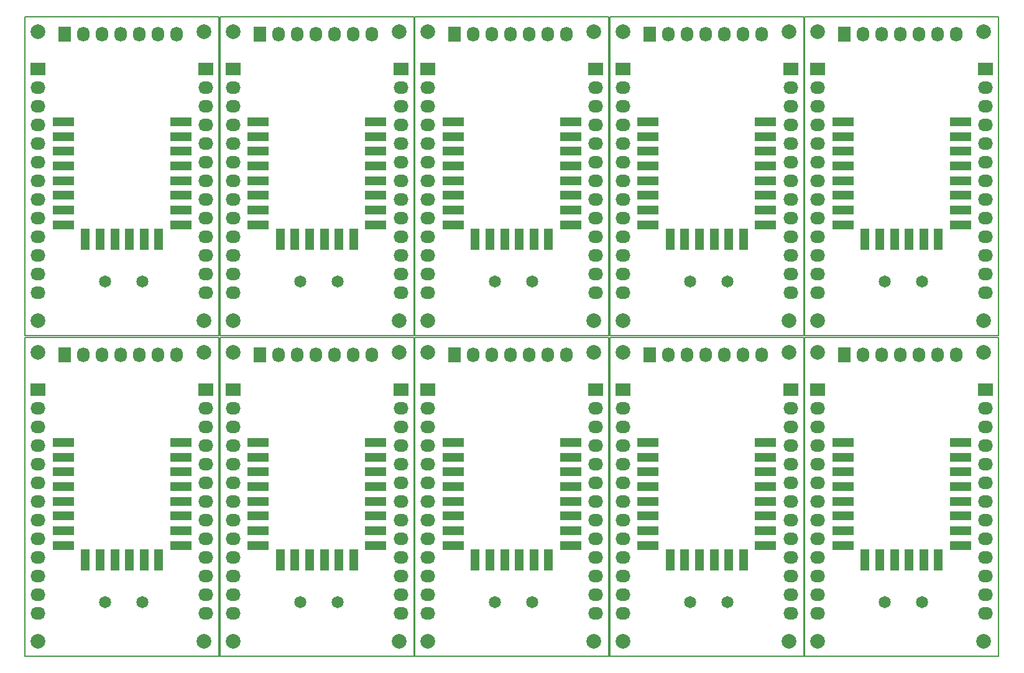
<source format=gbr>
G04 #@! TF.FileFunction,Soldermask,Top*
%FSLAX46Y46*%
G04 Gerber Fmt 4.6, Leading zero omitted, Abs format (unit mm)*
G04 Created by KiCad (PCBNEW (2015-01-16 BZR 5376)-product) date 6/19/2015 1:22:51 PM*
%MOMM*%
G01*
G04 APERTURE LIST*
%ADD10C,0.100000*%
%ADD11C,0.200000*%
%ADD12R,1.727200X2.032000*%
%ADD13O,1.727200X2.032000*%
%ADD14C,1.651000*%
%ADD15R,2.032000X1.727200*%
%ADD16O,2.032000X1.727200*%
%ADD17R,3.000000X1.200000*%
%ADD18R,1.200000X3.000000*%
%ADD19C,2.000000*%
G04 APERTURE END LIST*
D10*
D11*
X146685000Y-74676000D02*
X146685000Y-114808000D01*
X173101000Y-114808000D02*
X173101000Y-74676000D01*
X173101000Y-74676000D02*
X146685000Y-74676000D01*
X146685000Y-114808000D02*
X146685000Y-118110000D01*
X146685000Y-118110000D02*
X173101000Y-118110000D01*
X173101000Y-118110000D02*
X173101000Y-114808000D01*
X120142000Y-74676000D02*
X120142000Y-114808000D01*
X146558000Y-114808000D02*
X146558000Y-74676000D01*
X146558000Y-74676000D02*
X120142000Y-74676000D01*
X120142000Y-114808000D02*
X120142000Y-118110000D01*
X120142000Y-118110000D02*
X146558000Y-118110000D01*
X146558000Y-118110000D02*
X146558000Y-114808000D01*
X93599000Y-74676000D02*
X93599000Y-114808000D01*
X120015000Y-114808000D02*
X120015000Y-74676000D01*
X120015000Y-74676000D02*
X93599000Y-74676000D01*
X93599000Y-114808000D02*
X93599000Y-118110000D01*
X93599000Y-118110000D02*
X120015000Y-118110000D01*
X120015000Y-118110000D02*
X120015000Y-114808000D01*
X67056000Y-74676000D02*
X67056000Y-114808000D01*
X93472000Y-114808000D02*
X93472000Y-74676000D01*
X93472000Y-74676000D02*
X67056000Y-74676000D01*
X67056000Y-114808000D02*
X67056000Y-118110000D01*
X67056000Y-118110000D02*
X93472000Y-118110000D01*
X93472000Y-118110000D02*
X93472000Y-114808000D01*
X40513000Y-74676000D02*
X40513000Y-114808000D01*
X66929000Y-114808000D02*
X66929000Y-74676000D01*
X66929000Y-74676000D02*
X40513000Y-74676000D01*
X40513000Y-114808000D02*
X40513000Y-118110000D01*
X40513000Y-118110000D02*
X66929000Y-118110000D01*
X66929000Y-118110000D02*
X66929000Y-114808000D01*
X146685000Y-30988000D02*
X146685000Y-71120000D01*
X173101000Y-71120000D02*
X173101000Y-30988000D01*
X173101000Y-30988000D02*
X146685000Y-30988000D01*
X146685000Y-71120000D02*
X146685000Y-74422000D01*
X146685000Y-74422000D02*
X173101000Y-74422000D01*
X173101000Y-74422000D02*
X173101000Y-71120000D01*
X120142000Y-30988000D02*
X120142000Y-71120000D01*
X146558000Y-71120000D02*
X146558000Y-30988000D01*
X146558000Y-30988000D02*
X120142000Y-30988000D01*
X120142000Y-71120000D02*
X120142000Y-74422000D01*
X120142000Y-74422000D02*
X146558000Y-74422000D01*
X146558000Y-74422000D02*
X146558000Y-71120000D01*
X93599000Y-30988000D02*
X93599000Y-71120000D01*
X120015000Y-71120000D02*
X120015000Y-30988000D01*
X120015000Y-30988000D02*
X93599000Y-30988000D01*
X93599000Y-71120000D02*
X93599000Y-74422000D01*
X93599000Y-74422000D02*
X120015000Y-74422000D01*
X120015000Y-74422000D02*
X120015000Y-71120000D01*
X67056000Y-30988000D02*
X67056000Y-71120000D01*
X93472000Y-71120000D02*
X93472000Y-30988000D01*
X93472000Y-30988000D02*
X67056000Y-30988000D01*
X67056000Y-71120000D02*
X67056000Y-74422000D01*
X67056000Y-74422000D02*
X93472000Y-74422000D01*
X93472000Y-74422000D02*
X93472000Y-71120000D01*
X66929000Y-74422000D02*
X66929000Y-71120000D01*
X40513000Y-74422000D02*
X66929000Y-74422000D01*
X40513000Y-71120000D02*
X40513000Y-74422000D01*
X66929000Y-30988000D02*
X40513000Y-30988000D01*
X66929000Y-71120000D02*
X66929000Y-30988000D01*
X40513000Y-30988000D02*
X40513000Y-71120000D01*
D12*
X152095200Y-77012800D03*
D13*
X154635200Y-77012800D03*
X157175200Y-77012800D03*
X159715200Y-77012800D03*
X162255200Y-77012800D03*
X164795200Y-77012800D03*
X167335200Y-77012800D03*
D14*
X162687000Y-110744000D03*
X157607000Y-110744000D03*
D15*
X148463000Y-81788000D03*
D16*
X148463000Y-84328000D03*
X148463000Y-86868000D03*
X148463000Y-89408000D03*
X148463000Y-91948000D03*
X148463000Y-94488000D03*
X148463000Y-97028000D03*
X148463000Y-99568000D03*
X148463000Y-102108000D03*
X148463000Y-104648000D03*
X148463000Y-107188000D03*
X148463000Y-109728000D03*
X148463000Y-112268000D03*
D15*
X171323000Y-81788000D03*
D16*
X171323000Y-84328000D03*
X171323000Y-86868000D03*
X171323000Y-89408000D03*
X171323000Y-91948000D03*
X171323000Y-94488000D03*
X171323000Y-97028000D03*
X171323000Y-99568000D03*
X171323000Y-102108000D03*
X171323000Y-104648000D03*
X171323000Y-107188000D03*
X171323000Y-109728000D03*
X171323000Y-112268000D03*
D17*
X167893000Y-100996000D03*
X151893000Y-88996000D03*
X151893000Y-90996000D03*
X151893000Y-92996000D03*
X151893000Y-94996000D03*
X151893000Y-96996000D03*
X151893000Y-98996000D03*
X151893000Y-100996000D03*
X151893000Y-102996000D03*
D18*
X154893000Y-104996000D03*
X156893000Y-104996000D03*
X160893000Y-104996000D03*
X162893000Y-104996000D03*
X164893000Y-104996000D03*
D17*
X167893000Y-102996000D03*
X167893000Y-100996000D03*
D18*
X158893000Y-104996000D03*
D17*
X167893000Y-98996000D03*
X167893000Y-96996000D03*
X167893000Y-94996000D03*
X167893000Y-92996000D03*
X167893000Y-90996000D03*
X167893000Y-88996000D03*
D19*
X171069000Y-116078000D03*
X148463000Y-116078000D03*
X148463000Y-76708000D03*
X171069000Y-76708000D03*
D12*
X125552200Y-77012800D03*
D13*
X128092200Y-77012800D03*
X130632200Y-77012800D03*
X133172200Y-77012800D03*
X135712200Y-77012800D03*
X138252200Y-77012800D03*
X140792200Y-77012800D03*
D14*
X136144000Y-110744000D03*
X131064000Y-110744000D03*
D15*
X121920000Y-81788000D03*
D16*
X121920000Y-84328000D03*
X121920000Y-86868000D03*
X121920000Y-89408000D03*
X121920000Y-91948000D03*
X121920000Y-94488000D03*
X121920000Y-97028000D03*
X121920000Y-99568000D03*
X121920000Y-102108000D03*
X121920000Y-104648000D03*
X121920000Y-107188000D03*
X121920000Y-109728000D03*
X121920000Y-112268000D03*
D15*
X144780000Y-81788000D03*
D16*
X144780000Y-84328000D03*
X144780000Y-86868000D03*
X144780000Y-89408000D03*
X144780000Y-91948000D03*
X144780000Y-94488000D03*
X144780000Y-97028000D03*
X144780000Y-99568000D03*
X144780000Y-102108000D03*
X144780000Y-104648000D03*
X144780000Y-107188000D03*
X144780000Y-109728000D03*
X144780000Y-112268000D03*
D17*
X141350000Y-100996000D03*
X125350000Y-88996000D03*
X125350000Y-90996000D03*
X125350000Y-92996000D03*
X125350000Y-94996000D03*
X125350000Y-96996000D03*
X125350000Y-98996000D03*
X125350000Y-100996000D03*
X125350000Y-102996000D03*
D18*
X128350000Y-104996000D03*
X130350000Y-104996000D03*
X134350000Y-104996000D03*
X136350000Y-104996000D03*
X138350000Y-104996000D03*
D17*
X141350000Y-102996000D03*
X141350000Y-100996000D03*
D18*
X132350000Y-104996000D03*
D17*
X141350000Y-98996000D03*
X141350000Y-96996000D03*
X141350000Y-94996000D03*
X141350000Y-92996000D03*
X141350000Y-90996000D03*
X141350000Y-88996000D03*
D19*
X144526000Y-116078000D03*
X121920000Y-116078000D03*
X121920000Y-76708000D03*
X144526000Y-76708000D03*
D12*
X99009200Y-77012800D03*
D13*
X101549200Y-77012800D03*
X104089200Y-77012800D03*
X106629200Y-77012800D03*
X109169200Y-77012800D03*
X111709200Y-77012800D03*
X114249200Y-77012800D03*
D14*
X109601000Y-110744000D03*
X104521000Y-110744000D03*
D15*
X95377000Y-81788000D03*
D16*
X95377000Y-84328000D03*
X95377000Y-86868000D03*
X95377000Y-89408000D03*
X95377000Y-91948000D03*
X95377000Y-94488000D03*
X95377000Y-97028000D03*
X95377000Y-99568000D03*
X95377000Y-102108000D03*
X95377000Y-104648000D03*
X95377000Y-107188000D03*
X95377000Y-109728000D03*
X95377000Y-112268000D03*
D15*
X118237000Y-81788000D03*
D16*
X118237000Y-84328000D03*
X118237000Y-86868000D03*
X118237000Y-89408000D03*
X118237000Y-91948000D03*
X118237000Y-94488000D03*
X118237000Y-97028000D03*
X118237000Y-99568000D03*
X118237000Y-102108000D03*
X118237000Y-104648000D03*
X118237000Y-107188000D03*
X118237000Y-109728000D03*
X118237000Y-112268000D03*
D17*
X114807000Y-100996000D03*
X98807000Y-88996000D03*
X98807000Y-90996000D03*
X98807000Y-92996000D03*
X98807000Y-94996000D03*
X98807000Y-96996000D03*
X98807000Y-98996000D03*
X98807000Y-100996000D03*
X98807000Y-102996000D03*
D18*
X101807000Y-104996000D03*
X103807000Y-104996000D03*
X107807000Y-104996000D03*
X109807000Y-104996000D03*
X111807000Y-104996000D03*
D17*
X114807000Y-102996000D03*
X114807000Y-100996000D03*
D18*
X105807000Y-104996000D03*
D17*
X114807000Y-98996000D03*
X114807000Y-96996000D03*
X114807000Y-94996000D03*
X114807000Y-92996000D03*
X114807000Y-90996000D03*
X114807000Y-88996000D03*
D19*
X117983000Y-116078000D03*
X95377000Y-116078000D03*
X95377000Y-76708000D03*
X117983000Y-76708000D03*
D12*
X72466200Y-77012800D03*
D13*
X75006200Y-77012800D03*
X77546200Y-77012800D03*
X80086200Y-77012800D03*
X82626200Y-77012800D03*
X85166200Y-77012800D03*
X87706200Y-77012800D03*
D14*
X83058000Y-110744000D03*
X77978000Y-110744000D03*
D15*
X68834000Y-81788000D03*
D16*
X68834000Y-84328000D03*
X68834000Y-86868000D03*
X68834000Y-89408000D03*
X68834000Y-91948000D03*
X68834000Y-94488000D03*
X68834000Y-97028000D03*
X68834000Y-99568000D03*
X68834000Y-102108000D03*
X68834000Y-104648000D03*
X68834000Y-107188000D03*
X68834000Y-109728000D03*
X68834000Y-112268000D03*
D15*
X91694000Y-81788000D03*
D16*
X91694000Y-84328000D03*
X91694000Y-86868000D03*
X91694000Y-89408000D03*
X91694000Y-91948000D03*
X91694000Y-94488000D03*
X91694000Y-97028000D03*
X91694000Y-99568000D03*
X91694000Y-102108000D03*
X91694000Y-104648000D03*
X91694000Y-107188000D03*
X91694000Y-109728000D03*
X91694000Y-112268000D03*
D17*
X88264000Y-100996000D03*
X72264000Y-88996000D03*
X72264000Y-90996000D03*
X72264000Y-92996000D03*
X72264000Y-94996000D03*
X72264000Y-96996000D03*
X72264000Y-98996000D03*
X72264000Y-100996000D03*
X72264000Y-102996000D03*
D18*
X75264000Y-104996000D03*
X77264000Y-104996000D03*
X81264000Y-104996000D03*
X83264000Y-104996000D03*
X85264000Y-104996000D03*
D17*
X88264000Y-102996000D03*
X88264000Y-100996000D03*
D18*
X79264000Y-104996000D03*
D17*
X88264000Y-98996000D03*
X88264000Y-96996000D03*
X88264000Y-94996000D03*
X88264000Y-92996000D03*
X88264000Y-90996000D03*
X88264000Y-88996000D03*
D19*
X91440000Y-116078000D03*
X68834000Y-116078000D03*
X68834000Y-76708000D03*
X91440000Y-76708000D03*
D12*
X45923200Y-77012800D03*
D13*
X48463200Y-77012800D03*
X51003200Y-77012800D03*
X53543200Y-77012800D03*
X56083200Y-77012800D03*
X58623200Y-77012800D03*
X61163200Y-77012800D03*
D14*
X56515000Y-110744000D03*
X51435000Y-110744000D03*
D15*
X42291000Y-81788000D03*
D16*
X42291000Y-84328000D03*
X42291000Y-86868000D03*
X42291000Y-89408000D03*
X42291000Y-91948000D03*
X42291000Y-94488000D03*
X42291000Y-97028000D03*
X42291000Y-99568000D03*
X42291000Y-102108000D03*
X42291000Y-104648000D03*
X42291000Y-107188000D03*
X42291000Y-109728000D03*
X42291000Y-112268000D03*
D15*
X65151000Y-81788000D03*
D16*
X65151000Y-84328000D03*
X65151000Y-86868000D03*
X65151000Y-89408000D03*
X65151000Y-91948000D03*
X65151000Y-94488000D03*
X65151000Y-97028000D03*
X65151000Y-99568000D03*
X65151000Y-102108000D03*
X65151000Y-104648000D03*
X65151000Y-107188000D03*
X65151000Y-109728000D03*
X65151000Y-112268000D03*
D17*
X61721000Y-100996000D03*
X45721000Y-88996000D03*
X45721000Y-90996000D03*
X45721000Y-92996000D03*
X45721000Y-94996000D03*
X45721000Y-96996000D03*
X45721000Y-98996000D03*
X45721000Y-100996000D03*
X45721000Y-102996000D03*
D18*
X48721000Y-104996000D03*
X50721000Y-104996000D03*
X54721000Y-104996000D03*
X56721000Y-104996000D03*
X58721000Y-104996000D03*
D17*
X61721000Y-102996000D03*
X61721000Y-100996000D03*
D18*
X52721000Y-104996000D03*
D17*
X61721000Y-98996000D03*
X61721000Y-96996000D03*
X61721000Y-94996000D03*
X61721000Y-92996000D03*
X61721000Y-90996000D03*
X61721000Y-88996000D03*
D19*
X64897000Y-116078000D03*
X42291000Y-116078000D03*
X42291000Y-76708000D03*
X64897000Y-76708000D03*
D12*
X152095200Y-33324800D03*
D13*
X154635200Y-33324800D03*
X157175200Y-33324800D03*
X159715200Y-33324800D03*
X162255200Y-33324800D03*
X164795200Y-33324800D03*
X167335200Y-33324800D03*
D14*
X162687000Y-67056000D03*
X157607000Y-67056000D03*
D15*
X148463000Y-38100000D03*
D16*
X148463000Y-40640000D03*
X148463000Y-43180000D03*
X148463000Y-45720000D03*
X148463000Y-48260000D03*
X148463000Y-50800000D03*
X148463000Y-53340000D03*
X148463000Y-55880000D03*
X148463000Y-58420000D03*
X148463000Y-60960000D03*
X148463000Y-63500000D03*
X148463000Y-66040000D03*
X148463000Y-68580000D03*
D15*
X171323000Y-38100000D03*
D16*
X171323000Y-40640000D03*
X171323000Y-43180000D03*
X171323000Y-45720000D03*
X171323000Y-48260000D03*
X171323000Y-50800000D03*
X171323000Y-53340000D03*
X171323000Y-55880000D03*
X171323000Y-58420000D03*
X171323000Y-60960000D03*
X171323000Y-63500000D03*
X171323000Y-66040000D03*
X171323000Y-68580000D03*
D17*
X167893000Y-57308000D03*
X151893000Y-45308000D03*
X151893000Y-47308000D03*
X151893000Y-49308000D03*
X151893000Y-51308000D03*
X151893000Y-53308000D03*
X151893000Y-55308000D03*
X151893000Y-57308000D03*
X151893000Y-59308000D03*
D18*
X154893000Y-61308000D03*
X156893000Y-61308000D03*
X160893000Y-61308000D03*
X162893000Y-61308000D03*
X164893000Y-61308000D03*
D17*
X167893000Y-59308000D03*
X167893000Y-57308000D03*
D18*
X158893000Y-61308000D03*
D17*
X167893000Y-55308000D03*
X167893000Y-53308000D03*
X167893000Y-51308000D03*
X167893000Y-49308000D03*
X167893000Y-47308000D03*
X167893000Y-45308000D03*
D19*
X171069000Y-72390000D03*
X148463000Y-72390000D03*
X148463000Y-33020000D03*
X171069000Y-33020000D03*
D12*
X125552200Y-33324800D03*
D13*
X128092200Y-33324800D03*
X130632200Y-33324800D03*
X133172200Y-33324800D03*
X135712200Y-33324800D03*
X138252200Y-33324800D03*
X140792200Y-33324800D03*
D14*
X136144000Y-67056000D03*
X131064000Y-67056000D03*
D15*
X121920000Y-38100000D03*
D16*
X121920000Y-40640000D03*
X121920000Y-43180000D03*
X121920000Y-45720000D03*
X121920000Y-48260000D03*
X121920000Y-50800000D03*
X121920000Y-53340000D03*
X121920000Y-55880000D03*
X121920000Y-58420000D03*
X121920000Y-60960000D03*
X121920000Y-63500000D03*
X121920000Y-66040000D03*
X121920000Y-68580000D03*
D15*
X144780000Y-38100000D03*
D16*
X144780000Y-40640000D03*
X144780000Y-43180000D03*
X144780000Y-45720000D03*
X144780000Y-48260000D03*
X144780000Y-50800000D03*
X144780000Y-53340000D03*
X144780000Y-55880000D03*
X144780000Y-58420000D03*
X144780000Y-60960000D03*
X144780000Y-63500000D03*
X144780000Y-66040000D03*
X144780000Y-68580000D03*
D17*
X141350000Y-57308000D03*
X125350000Y-45308000D03*
X125350000Y-47308000D03*
X125350000Y-49308000D03*
X125350000Y-51308000D03*
X125350000Y-53308000D03*
X125350000Y-55308000D03*
X125350000Y-57308000D03*
X125350000Y-59308000D03*
D18*
X128350000Y-61308000D03*
X130350000Y-61308000D03*
X134350000Y-61308000D03*
X136350000Y-61308000D03*
X138350000Y-61308000D03*
D17*
X141350000Y-59308000D03*
X141350000Y-57308000D03*
D18*
X132350000Y-61308000D03*
D17*
X141350000Y-55308000D03*
X141350000Y-53308000D03*
X141350000Y-51308000D03*
X141350000Y-49308000D03*
X141350000Y-47308000D03*
X141350000Y-45308000D03*
D19*
X144526000Y-72390000D03*
X121920000Y-72390000D03*
X121920000Y-33020000D03*
X144526000Y-33020000D03*
D12*
X99009200Y-33324800D03*
D13*
X101549200Y-33324800D03*
X104089200Y-33324800D03*
X106629200Y-33324800D03*
X109169200Y-33324800D03*
X111709200Y-33324800D03*
X114249200Y-33324800D03*
D14*
X109601000Y-67056000D03*
X104521000Y-67056000D03*
D15*
X95377000Y-38100000D03*
D16*
X95377000Y-40640000D03*
X95377000Y-43180000D03*
X95377000Y-45720000D03*
X95377000Y-48260000D03*
X95377000Y-50800000D03*
X95377000Y-53340000D03*
X95377000Y-55880000D03*
X95377000Y-58420000D03*
X95377000Y-60960000D03*
X95377000Y-63500000D03*
X95377000Y-66040000D03*
X95377000Y-68580000D03*
D15*
X118237000Y-38100000D03*
D16*
X118237000Y-40640000D03*
X118237000Y-43180000D03*
X118237000Y-45720000D03*
X118237000Y-48260000D03*
X118237000Y-50800000D03*
X118237000Y-53340000D03*
X118237000Y-55880000D03*
X118237000Y-58420000D03*
X118237000Y-60960000D03*
X118237000Y-63500000D03*
X118237000Y-66040000D03*
X118237000Y-68580000D03*
D17*
X114807000Y-57308000D03*
X98807000Y-45308000D03*
X98807000Y-47308000D03*
X98807000Y-49308000D03*
X98807000Y-51308000D03*
X98807000Y-53308000D03*
X98807000Y-55308000D03*
X98807000Y-57308000D03*
X98807000Y-59308000D03*
D18*
X101807000Y-61308000D03*
X103807000Y-61308000D03*
X107807000Y-61308000D03*
X109807000Y-61308000D03*
X111807000Y-61308000D03*
D17*
X114807000Y-59308000D03*
X114807000Y-57308000D03*
D18*
X105807000Y-61308000D03*
D17*
X114807000Y-55308000D03*
X114807000Y-53308000D03*
X114807000Y-51308000D03*
X114807000Y-49308000D03*
X114807000Y-47308000D03*
X114807000Y-45308000D03*
D19*
X117983000Y-72390000D03*
X95377000Y-72390000D03*
X95377000Y-33020000D03*
X117983000Y-33020000D03*
D12*
X72466200Y-33324800D03*
D13*
X75006200Y-33324800D03*
X77546200Y-33324800D03*
X80086200Y-33324800D03*
X82626200Y-33324800D03*
X85166200Y-33324800D03*
X87706200Y-33324800D03*
D14*
X83058000Y-67056000D03*
X77978000Y-67056000D03*
D15*
X68834000Y-38100000D03*
D16*
X68834000Y-40640000D03*
X68834000Y-43180000D03*
X68834000Y-45720000D03*
X68834000Y-48260000D03*
X68834000Y-50800000D03*
X68834000Y-53340000D03*
X68834000Y-55880000D03*
X68834000Y-58420000D03*
X68834000Y-60960000D03*
X68834000Y-63500000D03*
X68834000Y-66040000D03*
X68834000Y-68580000D03*
D15*
X91694000Y-38100000D03*
D16*
X91694000Y-40640000D03*
X91694000Y-43180000D03*
X91694000Y-45720000D03*
X91694000Y-48260000D03*
X91694000Y-50800000D03*
X91694000Y-53340000D03*
X91694000Y-55880000D03*
X91694000Y-58420000D03*
X91694000Y-60960000D03*
X91694000Y-63500000D03*
X91694000Y-66040000D03*
X91694000Y-68580000D03*
D17*
X88264000Y-57308000D03*
X72264000Y-45308000D03*
X72264000Y-47308000D03*
X72264000Y-49308000D03*
X72264000Y-51308000D03*
X72264000Y-53308000D03*
X72264000Y-55308000D03*
X72264000Y-57308000D03*
X72264000Y-59308000D03*
D18*
X75264000Y-61308000D03*
X77264000Y-61308000D03*
X81264000Y-61308000D03*
X83264000Y-61308000D03*
X85264000Y-61308000D03*
D17*
X88264000Y-59308000D03*
X88264000Y-57308000D03*
D18*
X79264000Y-61308000D03*
D17*
X88264000Y-55308000D03*
X88264000Y-53308000D03*
X88264000Y-51308000D03*
X88264000Y-49308000D03*
X88264000Y-47308000D03*
X88264000Y-45308000D03*
D19*
X91440000Y-72390000D03*
X68834000Y-72390000D03*
X68834000Y-33020000D03*
X91440000Y-33020000D03*
X64897000Y-33020000D03*
X42291000Y-33020000D03*
X42291000Y-72390000D03*
X64897000Y-72390000D03*
D17*
X61721000Y-57308000D03*
X45721000Y-45308000D03*
X45721000Y-47308000D03*
X45721000Y-49308000D03*
X45721000Y-51308000D03*
X45721000Y-53308000D03*
X45721000Y-55308000D03*
X45721000Y-57308000D03*
X45721000Y-59308000D03*
D18*
X48721000Y-61308000D03*
X50721000Y-61308000D03*
X54721000Y-61308000D03*
X56721000Y-61308000D03*
X58721000Y-61308000D03*
D17*
X61721000Y-59308000D03*
X61721000Y-57308000D03*
D18*
X52721000Y-61308000D03*
D17*
X61721000Y-55308000D03*
X61721000Y-53308000D03*
X61721000Y-51308000D03*
X61721000Y-49308000D03*
X61721000Y-47308000D03*
X61721000Y-45308000D03*
D15*
X65151000Y-38100000D03*
D16*
X65151000Y-40640000D03*
X65151000Y-43180000D03*
X65151000Y-45720000D03*
X65151000Y-48260000D03*
X65151000Y-50800000D03*
X65151000Y-53340000D03*
X65151000Y-55880000D03*
X65151000Y-58420000D03*
X65151000Y-60960000D03*
X65151000Y-63500000D03*
X65151000Y-66040000D03*
X65151000Y-68580000D03*
D15*
X42291000Y-38100000D03*
D16*
X42291000Y-40640000D03*
X42291000Y-43180000D03*
X42291000Y-45720000D03*
X42291000Y-48260000D03*
X42291000Y-50800000D03*
X42291000Y-53340000D03*
X42291000Y-55880000D03*
X42291000Y-58420000D03*
X42291000Y-60960000D03*
X42291000Y-63500000D03*
X42291000Y-66040000D03*
X42291000Y-68580000D03*
D14*
X56515000Y-67056000D03*
X51435000Y-67056000D03*
D12*
X45923200Y-33324800D03*
D13*
X48463200Y-33324800D03*
X51003200Y-33324800D03*
X53543200Y-33324800D03*
X56083200Y-33324800D03*
X58623200Y-33324800D03*
X61163200Y-33324800D03*
M02*

</source>
